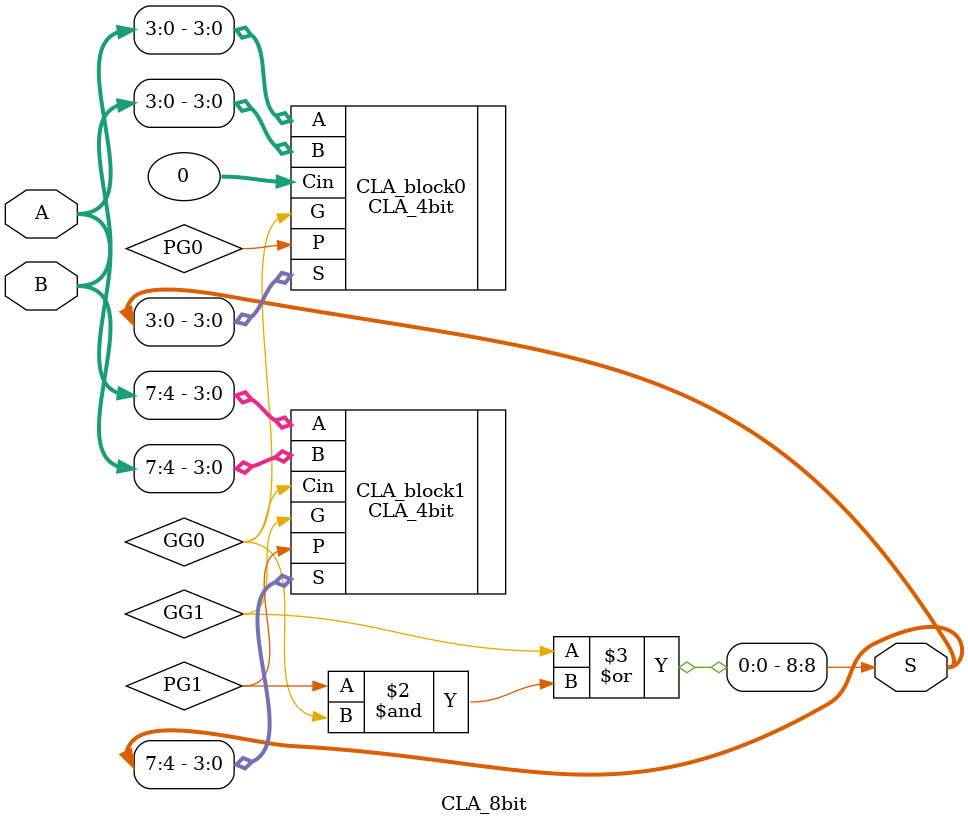
<source format=v>
module CLA_8bit(A, B, S);
input[7:0] A, B;
output[8:0] S;
//wires for the Propigate of each 4bit group, Generate of each 4bit group and Carry of each 4bit group
wire PG0, GG0, PG1, GG1;
//instaniate 4 4bit CLA block to all for adding 4 4-bit values in parrellel
//Cin0 is 0 so you know that Cin1 will be GG0 bc Cin1 = GG0 OR Cin0 and PG0 which means Cin1 = GG0
CLA_4bit CLA_block0(.A(A[3:0]), .B(B[3:0]), .Cin(0), .P(PG0), .G(GG0), .S(S[3:0]));
CLA_4bit CLA_block1(.A(A[7:4]), .B(B[7:4]), .Cin(GG0), .P(PG1), .G(GG1), .S(S[7:4]));

//logic for the carry in for all 4 4-BIT CLA blocks
assign S[8] = GG1 | (PG1 & GG0);

endmodule
</source>
